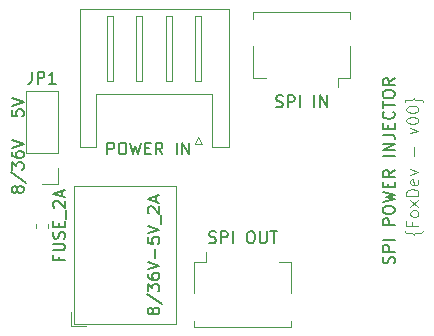
<source format=gbr>
%TF.GenerationSoftware,KiCad,Pcbnew,9.0.2*%
%TF.CreationDate,2025-07-05T13:36:24+12:00*%
%TF.ProjectId,SPI-POWER-INJECTOR,5350492d-504f-4574-9552-2d494e4a4543,rev?*%
%TF.SameCoordinates,Original*%
%TF.FileFunction,Legend,Top*%
%TF.FilePolarity,Positive*%
%FSLAX46Y46*%
G04 Gerber Fmt 4.6, Leading zero omitted, Abs format (unit mm)*
G04 Created by KiCad (PCBNEW 9.0.2) date 2025-07-05 13:36:24*
%MOMM*%
%LPD*%
G01*
G04 APERTURE LIST*
%ADD10C,0.150000*%
%ADD11C,0.100000*%
%ADD12C,0.200000*%
%ADD13C,0.120000*%
G04 APERTURE END LIST*
D10*
X134954819Y-84190476D02*
X134954819Y-84666666D01*
X134954819Y-84666666D02*
X135431009Y-84714285D01*
X135431009Y-84714285D02*
X135383390Y-84666666D01*
X135383390Y-84666666D02*
X135335771Y-84571428D01*
X135335771Y-84571428D02*
X135335771Y-84333333D01*
X135335771Y-84333333D02*
X135383390Y-84238095D01*
X135383390Y-84238095D02*
X135431009Y-84190476D01*
X135431009Y-84190476D02*
X135526247Y-84142857D01*
X135526247Y-84142857D02*
X135764342Y-84142857D01*
X135764342Y-84142857D02*
X135859580Y-84190476D01*
X135859580Y-84190476D02*
X135907200Y-84238095D01*
X135907200Y-84238095D02*
X135954819Y-84333333D01*
X135954819Y-84333333D02*
X135954819Y-84571428D01*
X135954819Y-84571428D02*
X135907200Y-84666666D01*
X135907200Y-84666666D02*
X135859580Y-84714285D01*
X134954819Y-83857142D02*
X135954819Y-83523809D01*
X135954819Y-83523809D02*
X134954819Y-83190476D01*
D11*
X169753371Y-94410401D02*
X169753371Y-94458020D01*
X169753371Y-94458020D02*
X169705752Y-94553258D01*
X169705752Y-94553258D02*
X169610514Y-94600877D01*
X169610514Y-94600877D02*
X169134323Y-94600877D01*
X169134323Y-94600877D02*
X169039085Y-94648496D01*
X169039085Y-94648496D02*
X168991466Y-94743734D01*
X168991466Y-94743734D02*
X168943847Y-94648496D01*
X168943847Y-94648496D02*
X168848609Y-94600877D01*
X168848609Y-94600877D02*
X168372419Y-94600877D01*
X168372419Y-94600877D02*
X168277180Y-94553258D01*
X168277180Y-94553258D02*
X168229561Y-94458020D01*
X168229561Y-94458020D02*
X168229561Y-94410401D01*
X168848609Y-93696115D02*
X168848609Y-94029448D01*
X169372419Y-94029448D02*
X168372419Y-94029448D01*
X168372419Y-94029448D02*
X168372419Y-93553258D01*
X169372419Y-93029448D02*
X169324800Y-93124686D01*
X169324800Y-93124686D02*
X169277180Y-93172305D01*
X169277180Y-93172305D02*
X169181942Y-93219924D01*
X169181942Y-93219924D02*
X168896228Y-93219924D01*
X168896228Y-93219924D02*
X168800990Y-93172305D01*
X168800990Y-93172305D02*
X168753371Y-93124686D01*
X168753371Y-93124686D02*
X168705752Y-93029448D01*
X168705752Y-93029448D02*
X168705752Y-92886591D01*
X168705752Y-92886591D02*
X168753371Y-92791353D01*
X168753371Y-92791353D02*
X168800990Y-92743734D01*
X168800990Y-92743734D02*
X168896228Y-92696115D01*
X168896228Y-92696115D02*
X169181942Y-92696115D01*
X169181942Y-92696115D02*
X169277180Y-92743734D01*
X169277180Y-92743734D02*
X169324800Y-92791353D01*
X169324800Y-92791353D02*
X169372419Y-92886591D01*
X169372419Y-92886591D02*
X169372419Y-93029448D01*
X169372419Y-92362781D02*
X168705752Y-91838972D01*
X168705752Y-92362781D02*
X169372419Y-91838972D01*
X169372419Y-91458019D02*
X168372419Y-91458019D01*
X168372419Y-91458019D02*
X168372419Y-91219924D01*
X168372419Y-91219924D02*
X168420038Y-91077067D01*
X168420038Y-91077067D02*
X168515276Y-90981829D01*
X168515276Y-90981829D02*
X168610514Y-90934210D01*
X168610514Y-90934210D02*
X168800990Y-90886591D01*
X168800990Y-90886591D02*
X168943847Y-90886591D01*
X168943847Y-90886591D02*
X169134323Y-90934210D01*
X169134323Y-90934210D02*
X169229561Y-90981829D01*
X169229561Y-90981829D02*
X169324800Y-91077067D01*
X169324800Y-91077067D02*
X169372419Y-91219924D01*
X169372419Y-91219924D02*
X169372419Y-91458019D01*
X169324800Y-90077067D02*
X169372419Y-90172305D01*
X169372419Y-90172305D02*
X169372419Y-90362781D01*
X169372419Y-90362781D02*
X169324800Y-90458019D01*
X169324800Y-90458019D02*
X169229561Y-90505638D01*
X169229561Y-90505638D02*
X168848609Y-90505638D01*
X168848609Y-90505638D02*
X168753371Y-90458019D01*
X168753371Y-90458019D02*
X168705752Y-90362781D01*
X168705752Y-90362781D02*
X168705752Y-90172305D01*
X168705752Y-90172305D02*
X168753371Y-90077067D01*
X168753371Y-90077067D02*
X168848609Y-90029448D01*
X168848609Y-90029448D02*
X168943847Y-90029448D01*
X168943847Y-90029448D02*
X169039085Y-90505638D01*
X168705752Y-89696114D02*
X169372419Y-89458019D01*
X169372419Y-89458019D02*
X168705752Y-89219924D01*
X168991466Y-88077066D02*
X168991466Y-87315162D01*
X168705752Y-86172304D02*
X169372419Y-85934209D01*
X169372419Y-85934209D02*
X168705752Y-85696114D01*
X168372419Y-85124685D02*
X168372419Y-85029447D01*
X168372419Y-85029447D02*
X168420038Y-84934209D01*
X168420038Y-84934209D02*
X168467657Y-84886590D01*
X168467657Y-84886590D02*
X168562895Y-84838971D01*
X168562895Y-84838971D02*
X168753371Y-84791352D01*
X168753371Y-84791352D02*
X168991466Y-84791352D01*
X168991466Y-84791352D02*
X169181942Y-84838971D01*
X169181942Y-84838971D02*
X169277180Y-84886590D01*
X169277180Y-84886590D02*
X169324800Y-84934209D01*
X169324800Y-84934209D02*
X169372419Y-85029447D01*
X169372419Y-85029447D02*
X169372419Y-85124685D01*
X169372419Y-85124685D02*
X169324800Y-85219923D01*
X169324800Y-85219923D02*
X169277180Y-85267542D01*
X169277180Y-85267542D02*
X169181942Y-85315161D01*
X169181942Y-85315161D02*
X168991466Y-85362780D01*
X168991466Y-85362780D02*
X168753371Y-85362780D01*
X168753371Y-85362780D02*
X168562895Y-85315161D01*
X168562895Y-85315161D02*
X168467657Y-85267542D01*
X168467657Y-85267542D02*
X168420038Y-85219923D01*
X168420038Y-85219923D02*
X168372419Y-85124685D01*
X168372419Y-84172304D02*
X168372419Y-84077066D01*
X168372419Y-84077066D02*
X168420038Y-83981828D01*
X168420038Y-83981828D02*
X168467657Y-83934209D01*
X168467657Y-83934209D02*
X168562895Y-83886590D01*
X168562895Y-83886590D02*
X168753371Y-83838971D01*
X168753371Y-83838971D02*
X168991466Y-83838971D01*
X168991466Y-83838971D02*
X169181942Y-83886590D01*
X169181942Y-83886590D02*
X169277180Y-83934209D01*
X169277180Y-83934209D02*
X169324800Y-83981828D01*
X169324800Y-83981828D02*
X169372419Y-84077066D01*
X169372419Y-84077066D02*
X169372419Y-84172304D01*
X169372419Y-84172304D02*
X169324800Y-84267542D01*
X169324800Y-84267542D02*
X169277180Y-84315161D01*
X169277180Y-84315161D02*
X169181942Y-84362780D01*
X169181942Y-84362780D02*
X168991466Y-84410399D01*
X168991466Y-84410399D02*
X168753371Y-84410399D01*
X168753371Y-84410399D02*
X168562895Y-84362780D01*
X168562895Y-84362780D02*
X168467657Y-84315161D01*
X168467657Y-84315161D02*
X168420038Y-84267542D01*
X168420038Y-84267542D02*
X168372419Y-84172304D01*
X169753371Y-83505637D02*
X169753371Y-83458018D01*
X169753371Y-83458018D02*
X169705752Y-83362780D01*
X169705752Y-83362780D02*
X169610514Y-83315161D01*
X169610514Y-83315161D02*
X169134323Y-83315161D01*
X169134323Y-83315161D02*
X169039085Y-83267542D01*
X169039085Y-83267542D02*
X168991466Y-83172304D01*
X168991466Y-83172304D02*
X168943847Y-83267542D01*
X168943847Y-83267542D02*
X168848609Y-83315161D01*
X168848609Y-83315161D02*
X168372419Y-83315161D01*
X168372419Y-83315161D02*
X168277180Y-83362780D01*
X168277180Y-83362780D02*
X168229561Y-83458018D01*
X168229561Y-83458018D02*
X168229561Y-83505637D01*
D12*
X167319600Y-97177945D02*
X167367219Y-97035088D01*
X167367219Y-97035088D02*
X167367219Y-96796993D01*
X167367219Y-96796993D02*
X167319600Y-96701755D01*
X167319600Y-96701755D02*
X167271980Y-96654136D01*
X167271980Y-96654136D02*
X167176742Y-96606517D01*
X167176742Y-96606517D02*
X167081504Y-96606517D01*
X167081504Y-96606517D02*
X166986266Y-96654136D01*
X166986266Y-96654136D02*
X166938647Y-96701755D01*
X166938647Y-96701755D02*
X166891028Y-96796993D01*
X166891028Y-96796993D02*
X166843409Y-96987469D01*
X166843409Y-96987469D02*
X166795790Y-97082707D01*
X166795790Y-97082707D02*
X166748171Y-97130326D01*
X166748171Y-97130326D02*
X166652933Y-97177945D01*
X166652933Y-97177945D02*
X166557695Y-97177945D01*
X166557695Y-97177945D02*
X166462457Y-97130326D01*
X166462457Y-97130326D02*
X166414838Y-97082707D01*
X166414838Y-97082707D02*
X166367219Y-96987469D01*
X166367219Y-96987469D02*
X166367219Y-96749374D01*
X166367219Y-96749374D02*
X166414838Y-96606517D01*
X167367219Y-96177945D02*
X166367219Y-96177945D01*
X166367219Y-96177945D02*
X166367219Y-95796993D01*
X166367219Y-95796993D02*
X166414838Y-95701755D01*
X166414838Y-95701755D02*
X166462457Y-95654136D01*
X166462457Y-95654136D02*
X166557695Y-95606517D01*
X166557695Y-95606517D02*
X166700552Y-95606517D01*
X166700552Y-95606517D02*
X166795790Y-95654136D01*
X166795790Y-95654136D02*
X166843409Y-95701755D01*
X166843409Y-95701755D02*
X166891028Y-95796993D01*
X166891028Y-95796993D02*
X166891028Y-96177945D01*
X167367219Y-95177945D02*
X166367219Y-95177945D01*
X167367219Y-93939850D02*
X166367219Y-93939850D01*
X166367219Y-93939850D02*
X166367219Y-93558898D01*
X166367219Y-93558898D02*
X166414838Y-93463660D01*
X166414838Y-93463660D02*
X166462457Y-93416041D01*
X166462457Y-93416041D02*
X166557695Y-93368422D01*
X166557695Y-93368422D02*
X166700552Y-93368422D01*
X166700552Y-93368422D02*
X166795790Y-93416041D01*
X166795790Y-93416041D02*
X166843409Y-93463660D01*
X166843409Y-93463660D02*
X166891028Y-93558898D01*
X166891028Y-93558898D02*
X166891028Y-93939850D01*
X166367219Y-92749374D02*
X166367219Y-92558898D01*
X166367219Y-92558898D02*
X166414838Y-92463660D01*
X166414838Y-92463660D02*
X166510076Y-92368422D01*
X166510076Y-92368422D02*
X166700552Y-92320803D01*
X166700552Y-92320803D02*
X167033885Y-92320803D01*
X167033885Y-92320803D02*
X167224361Y-92368422D01*
X167224361Y-92368422D02*
X167319600Y-92463660D01*
X167319600Y-92463660D02*
X167367219Y-92558898D01*
X167367219Y-92558898D02*
X167367219Y-92749374D01*
X167367219Y-92749374D02*
X167319600Y-92844612D01*
X167319600Y-92844612D02*
X167224361Y-92939850D01*
X167224361Y-92939850D02*
X167033885Y-92987469D01*
X167033885Y-92987469D02*
X166700552Y-92987469D01*
X166700552Y-92987469D02*
X166510076Y-92939850D01*
X166510076Y-92939850D02*
X166414838Y-92844612D01*
X166414838Y-92844612D02*
X166367219Y-92749374D01*
X166367219Y-91987469D02*
X167367219Y-91749374D01*
X167367219Y-91749374D02*
X166652933Y-91558898D01*
X166652933Y-91558898D02*
X167367219Y-91368422D01*
X167367219Y-91368422D02*
X166367219Y-91130327D01*
X166843409Y-90749374D02*
X166843409Y-90416041D01*
X167367219Y-90273184D02*
X167367219Y-90749374D01*
X167367219Y-90749374D02*
X166367219Y-90749374D01*
X166367219Y-90749374D02*
X166367219Y-90273184D01*
X167367219Y-89273184D02*
X166891028Y-89606517D01*
X167367219Y-89844612D02*
X166367219Y-89844612D01*
X166367219Y-89844612D02*
X166367219Y-89463660D01*
X166367219Y-89463660D02*
X166414838Y-89368422D01*
X166414838Y-89368422D02*
X166462457Y-89320803D01*
X166462457Y-89320803D02*
X166557695Y-89273184D01*
X166557695Y-89273184D02*
X166700552Y-89273184D01*
X166700552Y-89273184D02*
X166795790Y-89320803D01*
X166795790Y-89320803D02*
X166843409Y-89368422D01*
X166843409Y-89368422D02*
X166891028Y-89463660D01*
X166891028Y-89463660D02*
X166891028Y-89844612D01*
X167367219Y-88082707D02*
X166367219Y-88082707D01*
X167367219Y-87606517D02*
X166367219Y-87606517D01*
X166367219Y-87606517D02*
X167367219Y-87035089D01*
X167367219Y-87035089D02*
X166367219Y-87035089D01*
X166367219Y-86273184D02*
X167081504Y-86273184D01*
X167081504Y-86273184D02*
X167224361Y-86320803D01*
X167224361Y-86320803D02*
X167319600Y-86416041D01*
X167319600Y-86416041D02*
X167367219Y-86558898D01*
X167367219Y-86558898D02*
X167367219Y-86654136D01*
X166843409Y-85796993D02*
X166843409Y-85463660D01*
X167367219Y-85320803D02*
X167367219Y-85796993D01*
X167367219Y-85796993D02*
X166367219Y-85796993D01*
X166367219Y-85796993D02*
X166367219Y-85320803D01*
X167271980Y-84320803D02*
X167319600Y-84368422D01*
X167319600Y-84368422D02*
X167367219Y-84511279D01*
X167367219Y-84511279D02*
X167367219Y-84606517D01*
X167367219Y-84606517D02*
X167319600Y-84749374D01*
X167319600Y-84749374D02*
X167224361Y-84844612D01*
X167224361Y-84844612D02*
X167129123Y-84892231D01*
X167129123Y-84892231D02*
X166938647Y-84939850D01*
X166938647Y-84939850D02*
X166795790Y-84939850D01*
X166795790Y-84939850D02*
X166605314Y-84892231D01*
X166605314Y-84892231D02*
X166510076Y-84844612D01*
X166510076Y-84844612D02*
X166414838Y-84749374D01*
X166414838Y-84749374D02*
X166367219Y-84606517D01*
X166367219Y-84606517D02*
X166367219Y-84511279D01*
X166367219Y-84511279D02*
X166414838Y-84368422D01*
X166414838Y-84368422D02*
X166462457Y-84320803D01*
X166367219Y-84035088D02*
X166367219Y-83463660D01*
X167367219Y-83749374D02*
X166367219Y-83749374D01*
X166367219Y-82939850D02*
X166367219Y-82749374D01*
X166367219Y-82749374D02*
X166414838Y-82654136D01*
X166414838Y-82654136D02*
X166510076Y-82558898D01*
X166510076Y-82558898D02*
X166700552Y-82511279D01*
X166700552Y-82511279D02*
X167033885Y-82511279D01*
X167033885Y-82511279D02*
X167224361Y-82558898D01*
X167224361Y-82558898D02*
X167319600Y-82654136D01*
X167319600Y-82654136D02*
X167367219Y-82749374D01*
X167367219Y-82749374D02*
X167367219Y-82939850D01*
X167367219Y-82939850D02*
X167319600Y-83035088D01*
X167319600Y-83035088D02*
X167224361Y-83130326D01*
X167224361Y-83130326D02*
X167033885Y-83177945D01*
X167033885Y-83177945D02*
X166700552Y-83177945D01*
X166700552Y-83177945D02*
X166510076Y-83130326D01*
X166510076Y-83130326D02*
X166414838Y-83035088D01*
X166414838Y-83035088D02*
X166367219Y-82939850D01*
X167367219Y-81511279D02*
X166891028Y-81844612D01*
X167367219Y-82082707D02*
X166367219Y-82082707D01*
X166367219Y-82082707D02*
X166367219Y-81701755D01*
X166367219Y-81701755D02*
X166414838Y-81606517D01*
X166414838Y-81606517D02*
X166462457Y-81558898D01*
X166462457Y-81558898D02*
X166557695Y-81511279D01*
X166557695Y-81511279D02*
X166700552Y-81511279D01*
X166700552Y-81511279D02*
X166795790Y-81558898D01*
X166795790Y-81558898D02*
X166843409Y-81606517D01*
X166843409Y-81606517D02*
X166891028Y-81701755D01*
X166891028Y-81701755D02*
X166891028Y-82082707D01*
D10*
X135383390Y-90999999D02*
X135335771Y-91095237D01*
X135335771Y-91095237D02*
X135288152Y-91142856D01*
X135288152Y-91142856D02*
X135192914Y-91190475D01*
X135192914Y-91190475D02*
X135145295Y-91190475D01*
X135145295Y-91190475D02*
X135050057Y-91142856D01*
X135050057Y-91142856D02*
X135002438Y-91095237D01*
X135002438Y-91095237D02*
X134954819Y-90999999D01*
X134954819Y-90999999D02*
X134954819Y-90809523D01*
X134954819Y-90809523D02*
X135002438Y-90714285D01*
X135002438Y-90714285D02*
X135050057Y-90666666D01*
X135050057Y-90666666D02*
X135145295Y-90619047D01*
X135145295Y-90619047D02*
X135192914Y-90619047D01*
X135192914Y-90619047D02*
X135288152Y-90666666D01*
X135288152Y-90666666D02*
X135335771Y-90714285D01*
X135335771Y-90714285D02*
X135383390Y-90809523D01*
X135383390Y-90809523D02*
X135383390Y-90999999D01*
X135383390Y-90999999D02*
X135431009Y-91095237D01*
X135431009Y-91095237D02*
X135478628Y-91142856D01*
X135478628Y-91142856D02*
X135573866Y-91190475D01*
X135573866Y-91190475D02*
X135764342Y-91190475D01*
X135764342Y-91190475D02*
X135859580Y-91142856D01*
X135859580Y-91142856D02*
X135907200Y-91095237D01*
X135907200Y-91095237D02*
X135954819Y-90999999D01*
X135954819Y-90999999D02*
X135954819Y-90809523D01*
X135954819Y-90809523D02*
X135907200Y-90714285D01*
X135907200Y-90714285D02*
X135859580Y-90666666D01*
X135859580Y-90666666D02*
X135764342Y-90619047D01*
X135764342Y-90619047D02*
X135573866Y-90619047D01*
X135573866Y-90619047D02*
X135478628Y-90666666D01*
X135478628Y-90666666D02*
X135431009Y-90714285D01*
X135431009Y-90714285D02*
X135383390Y-90809523D01*
X134907200Y-89476190D02*
X136192914Y-90333332D01*
X134954819Y-89238094D02*
X134954819Y-88619047D01*
X134954819Y-88619047D02*
X135335771Y-88952380D01*
X135335771Y-88952380D02*
X135335771Y-88809523D01*
X135335771Y-88809523D02*
X135383390Y-88714285D01*
X135383390Y-88714285D02*
X135431009Y-88666666D01*
X135431009Y-88666666D02*
X135526247Y-88619047D01*
X135526247Y-88619047D02*
X135764342Y-88619047D01*
X135764342Y-88619047D02*
X135859580Y-88666666D01*
X135859580Y-88666666D02*
X135907200Y-88714285D01*
X135907200Y-88714285D02*
X135954819Y-88809523D01*
X135954819Y-88809523D02*
X135954819Y-89095237D01*
X135954819Y-89095237D02*
X135907200Y-89190475D01*
X135907200Y-89190475D02*
X135859580Y-89238094D01*
X134954819Y-87761904D02*
X134954819Y-87952380D01*
X134954819Y-87952380D02*
X135002438Y-88047618D01*
X135002438Y-88047618D02*
X135050057Y-88095237D01*
X135050057Y-88095237D02*
X135192914Y-88190475D01*
X135192914Y-88190475D02*
X135383390Y-88238094D01*
X135383390Y-88238094D02*
X135764342Y-88238094D01*
X135764342Y-88238094D02*
X135859580Y-88190475D01*
X135859580Y-88190475D02*
X135907200Y-88142856D01*
X135907200Y-88142856D02*
X135954819Y-88047618D01*
X135954819Y-88047618D02*
X135954819Y-87857142D01*
X135954819Y-87857142D02*
X135907200Y-87761904D01*
X135907200Y-87761904D02*
X135859580Y-87714285D01*
X135859580Y-87714285D02*
X135764342Y-87666666D01*
X135764342Y-87666666D02*
X135526247Y-87666666D01*
X135526247Y-87666666D02*
X135431009Y-87714285D01*
X135431009Y-87714285D02*
X135383390Y-87761904D01*
X135383390Y-87761904D02*
X135335771Y-87857142D01*
X135335771Y-87857142D02*
X135335771Y-88047618D01*
X135335771Y-88047618D02*
X135383390Y-88142856D01*
X135383390Y-88142856D02*
X135431009Y-88190475D01*
X135431009Y-88190475D02*
X135526247Y-88238094D01*
X134954819Y-87380951D02*
X135954819Y-87047618D01*
X135954819Y-87047618D02*
X134954819Y-86714285D01*
X151666667Y-95407200D02*
X151809524Y-95454819D01*
X151809524Y-95454819D02*
X152047619Y-95454819D01*
X152047619Y-95454819D02*
X152142857Y-95407200D01*
X152142857Y-95407200D02*
X152190476Y-95359580D01*
X152190476Y-95359580D02*
X152238095Y-95264342D01*
X152238095Y-95264342D02*
X152238095Y-95169104D01*
X152238095Y-95169104D02*
X152190476Y-95073866D01*
X152190476Y-95073866D02*
X152142857Y-95026247D01*
X152142857Y-95026247D02*
X152047619Y-94978628D01*
X152047619Y-94978628D02*
X151857143Y-94931009D01*
X151857143Y-94931009D02*
X151761905Y-94883390D01*
X151761905Y-94883390D02*
X151714286Y-94835771D01*
X151714286Y-94835771D02*
X151666667Y-94740533D01*
X151666667Y-94740533D02*
X151666667Y-94645295D01*
X151666667Y-94645295D02*
X151714286Y-94550057D01*
X151714286Y-94550057D02*
X151761905Y-94502438D01*
X151761905Y-94502438D02*
X151857143Y-94454819D01*
X151857143Y-94454819D02*
X152095238Y-94454819D01*
X152095238Y-94454819D02*
X152238095Y-94502438D01*
X152666667Y-95454819D02*
X152666667Y-94454819D01*
X152666667Y-94454819D02*
X153047619Y-94454819D01*
X153047619Y-94454819D02*
X153142857Y-94502438D01*
X153142857Y-94502438D02*
X153190476Y-94550057D01*
X153190476Y-94550057D02*
X153238095Y-94645295D01*
X153238095Y-94645295D02*
X153238095Y-94788152D01*
X153238095Y-94788152D02*
X153190476Y-94883390D01*
X153190476Y-94883390D02*
X153142857Y-94931009D01*
X153142857Y-94931009D02*
X153047619Y-94978628D01*
X153047619Y-94978628D02*
X152666667Y-94978628D01*
X153666667Y-95454819D02*
X153666667Y-94454819D01*
X155095238Y-94454819D02*
X155285714Y-94454819D01*
X155285714Y-94454819D02*
X155380952Y-94502438D01*
X155380952Y-94502438D02*
X155476190Y-94597676D01*
X155476190Y-94597676D02*
X155523809Y-94788152D01*
X155523809Y-94788152D02*
X155523809Y-95121485D01*
X155523809Y-95121485D02*
X155476190Y-95311961D01*
X155476190Y-95311961D02*
X155380952Y-95407200D01*
X155380952Y-95407200D02*
X155285714Y-95454819D01*
X155285714Y-95454819D02*
X155095238Y-95454819D01*
X155095238Y-95454819D02*
X155000000Y-95407200D01*
X155000000Y-95407200D02*
X154904762Y-95311961D01*
X154904762Y-95311961D02*
X154857143Y-95121485D01*
X154857143Y-95121485D02*
X154857143Y-94788152D01*
X154857143Y-94788152D02*
X154904762Y-94597676D01*
X154904762Y-94597676D02*
X155000000Y-94502438D01*
X155000000Y-94502438D02*
X155095238Y-94454819D01*
X155952381Y-94454819D02*
X155952381Y-95264342D01*
X155952381Y-95264342D02*
X156000000Y-95359580D01*
X156000000Y-95359580D02*
X156047619Y-95407200D01*
X156047619Y-95407200D02*
X156142857Y-95454819D01*
X156142857Y-95454819D02*
X156333333Y-95454819D01*
X156333333Y-95454819D02*
X156428571Y-95407200D01*
X156428571Y-95407200D02*
X156476190Y-95359580D01*
X156476190Y-95359580D02*
X156523809Y-95264342D01*
X156523809Y-95264342D02*
X156523809Y-94454819D01*
X156857143Y-94454819D02*
X157428571Y-94454819D01*
X157142857Y-95454819D02*
X157142857Y-94454819D01*
X136666666Y-80954819D02*
X136666666Y-81669104D01*
X136666666Y-81669104D02*
X136619047Y-81811961D01*
X136619047Y-81811961D02*
X136523809Y-81907200D01*
X136523809Y-81907200D02*
X136380952Y-81954819D01*
X136380952Y-81954819D02*
X136285714Y-81954819D01*
X137142857Y-81954819D02*
X137142857Y-80954819D01*
X137142857Y-80954819D02*
X137523809Y-80954819D01*
X137523809Y-80954819D02*
X137619047Y-81002438D01*
X137619047Y-81002438D02*
X137666666Y-81050057D01*
X137666666Y-81050057D02*
X137714285Y-81145295D01*
X137714285Y-81145295D02*
X137714285Y-81288152D01*
X137714285Y-81288152D02*
X137666666Y-81383390D01*
X137666666Y-81383390D02*
X137619047Y-81431009D01*
X137619047Y-81431009D02*
X137523809Y-81478628D01*
X137523809Y-81478628D02*
X137142857Y-81478628D01*
X138666666Y-81954819D02*
X138095238Y-81954819D01*
X138380952Y-81954819D02*
X138380952Y-80954819D01*
X138380952Y-80954819D02*
X138285714Y-81097676D01*
X138285714Y-81097676D02*
X138190476Y-81192914D01*
X138190476Y-81192914D02*
X138095238Y-81240533D01*
X157333334Y-83907200D02*
X157476191Y-83954819D01*
X157476191Y-83954819D02*
X157714286Y-83954819D01*
X157714286Y-83954819D02*
X157809524Y-83907200D01*
X157809524Y-83907200D02*
X157857143Y-83859580D01*
X157857143Y-83859580D02*
X157904762Y-83764342D01*
X157904762Y-83764342D02*
X157904762Y-83669104D01*
X157904762Y-83669104D02*
X157857143Y-83573866D01*
X157857143Y-83573866D02*
X157809524Y-83526247D01*
X157809524Y-83526247D02*
X157714286Y-83478628D01*
X157714286Y-83478628D02*
X157523810Y-83431009D01*
X157523810Y-83431009D02*
X157428572Y-83383390D01*
X157428572Y-83383390D02*
X157380953Y-83335771D01*
X157380953Y-83335771D02*
X157333334Y-83240533D01*
X157333334Y-83240533D02*
X157333334Y-83145295D01*
X157333334Y-83145295D02*
X157380953Y-83050057D01*
X157380953Y-83050057D02*
X157428572Y-83002438D01*
X157428572Y-83002438D02*
X157523810Y-82954819D01*
X157523810Y-82954819D02*
X157761905Y-82954819D01*
X157761905Y-82954819D02*
X157904762Y-83002438D01*
X158333334Y-83954819D02*
X158333334Y-82954819D01*
X158333334Y-82954819D02*
X158714286Y-82954819D01*
X158714286Y-82954819D02*
X158809524Y-83002438D01*
X158809524Y-83002438D02*
X158857143Y-83050057D01*
X158857143Y-83050057D02*
X158904762Y-83145295D01*
X158904762Y-83145295D02*
X158904762Y-83288152D01*
X158904762Y-83288152D02*
X158857143Y-83383390D01*
X158857143Y-83383390D02*
X158809524Y-83431009D01*
X158809524Y-83431009D02*
X158714286Y-83478628D01*
X158714286Y-83478628D02*
X158333334Y-83478628D01*
X159333334Y-83954819D02*
X159333334Y-82954819D01*
X160571429Y-83954819D02*
X160571429Y-82954819D01*
X161047619Y-83954819D02*
X161047619Y-82954819D01*
X161047619Y-82954819D02*
X161619047Y-83954819D01*
X161619047Y-83954819D02*
X161619047Y-82954819D01*
X146883390Y-101309523D02*
X146835771Y-101404761D01*
X146835771Y-101404761D02*
X146788152Y-101452380D01*
X146788152Y-101452380D02*
X146692914Y-101499999D01*
X146692914Y-101499999D02*
X146645295Y-101499999D01*
X146645295Y-101499999D02*
X146550057Y-101452380D01*
X146550057Y-101452380D02*
X146502438Y-101404761D01*
X146502438Y-101404761D02*
X146454819Y-101309523D01*
X146454819Y-101309523D02*
X146454819Y-101119047D01*
X146454819Y-101119047D02*
X146502438Y-101023809D01*
X146502438Y-101023809D02*
X146550057Y-100976190D01*
X146550057Y-100976190D02*
X146645295Y-100928571D01*
X146645295Y-100928571D02*
X146692914Y-100928571D01*
X146692914Y-100928571D02*
X146788152Y-100976190D01*
X146788152Y-100976190D02*
X146835771Y-101023809D01*
X146835771Y-101023809D02*
X146883390Y-101119047D01*
X146883390Y-101119047D02*
X146883390Y-101309523D01*
X146883390Y-101309523D02*
X146931009Y-101404761D01*
X146931009Y-101404761D02*
X146978628Y-101452380D01*
X146978628Y-101452380D02*
X147073866Y-101499999D01*
X147073866Y-101499999D02*
X147264342Y-101499999D01*
X147264342Y-101499999D02*
X147359580Y-101452380D01*
X147359580Y-101452380D02*
X147407200Y-101404761D01*
X147407200Y-101404761D02*
X147454819Y-101309523D01*
X147454819Y-101309523D02*
X147454819Y-101119047D01*
X147454819Y-101119047D02*
X147407200Y-101023809D01*
X147407200Y-101023809D02*
X147359580Y-100976190D01*
X147359580Y-100976190D02*
X147264342Y-100928571D01*
X147264342Y-100928571D02*
X147073866Y-100928571D01*
X147073866Y-100928571D02*
X146978628Y-100976190D01*
X146978628Y-100976190D02*
X146931009Y-101023809D01*
X146931009Y-101023809D02*
X146883390Y-101119047D01*
X146407200Y-99785714D02*
X147692914Y-100642856D01*
X146454819Y-99547618D02*
X146454819Y-98928571D01*
X146454819Y-98928571D02*
X146835771Y-99261904D01*
X146835771Y-99261904D02*
X146835771Y-99119047D01*
X146835771Y-99119047D02*
X146883390Y-99023809D01*
X146883390Y-99023809D02*
X146931009Y-98976190D01*
X146931009Y-98976190D02*
X147026247Y-98928571D01*
X147026247Y-98928571D02*
X147264342Y-98928571D01*
X147264342Y-98928571D02*
X147359580Y-98976190D01*
X147359580Y-98976190D02*
X147407200Y-99023809D01*
X147407200Y-99023809D02*
X147454819Y-99119047D01*
X147454819Y-99119047D02*
X147454819Y-99404761D01*
X147454819Y-99404761D02*
X147407200Y-99499999D01*
X147407200Y-99499999D02*
X147359580Y-99547618D01*
X146454819Y-98071428D02*
X146454819Y-98261904D01*
X146454819Y-98261904D02*
X146502438Y-98357142D01*
X146502438Y-98357142D02*
X146550057Y-98404761D01*
X146550057Y-98404761D02*
X146692914Y-98499999D01*
X146692914Y-98499999D02*
X146883390Y-98547618D01*
X146883390Y-98547618D02*
X147264342Y-98547618D01*
X147264342Y-98547618D02*
X147359580Y-98499999D01*
X147359580Y-98499999D02*
X147407200Y-98452380D01*
X147407200Y-98452380D02*
X147454819Y-98357142D01*
X147454819Y-98357142D02*
X147454819Y-98166666D01*
X147454819Y-98166666D02*
X147407200Y-98071428D01*
X147407200Y-98071428D02*
X147359580Y-98023809D01*
X147359580Y-98023809D02*
X147264342Y-97976190D01*
X147264342Y-97976190D02*
X147026247Y-97976190D01*
X147026247Y-97976190D02*
X146931009Y-98023809D01*
X146931009Y-98023809D02*
X146883390Y-98071428D01*
X146883390Y-98071428D02*
X146835771Y-98166666D01*
X146835771Y-98166666D02*
X146835771Y-98357142D01*
X146835771Y-98357142D02*
X146883390Y-98452380D01*
X146883390Y-98452380D02*
X146931009Y-98499999D01*
X146931009Y-98499999D02*
X147026247Y-98547618D01*
X146454819Y-97690475D02*
X147454819Y-97357142D01*
X147454819Y-97357142D02*
X146454819Y-97023809D01*
X147073866Y-96690475D02*
X147073866Y-95928571D01*
X146454819Y-94976190D02*
X146454819Y-95452380D01*
X146454819Y-95452380D02*
X146931009Y-95499999D01*
X146931009Y-95499999D02*
X146883390Y-95452380D01*
X146883390Y-95452380D02*
X146835771Y-95357142D01*
X146835771Y-95357142D02*
X146835771Y-95119047D01*
X146835771Y-95119047D02*
X146883390Y-95023809D01*
X146883390Y-95023809D02*
X146931009Y-94976190D01*
X146931009Y-94976190D02*
X147026247Y-94928571D01*
X147026247Y-94928571D02*
X147264342Y-94928571D01*
X147264342Y-94928571D02*
X147359580Y-94976190D01*
X147359580Y-94976190D02*
X147407200Y-95023809D01*
X147407200Y-95023809D02*
X147454819Y-95119047D01*
X147454819Y-95119047D02*
X147454819Y-95357142D01*
X147454819Y-95357142D02*
X147407200Y-95452380D01*
X147407200Y-95452380D02*
X147359580Y-95499999D01*
X146454819Y-94642856D02*
X147454819Y-94309523D01*
X147454819Y-94309523D02*
X146454819Y-93976190D01*
X147550057Y-93880952D02*
X147550057Y-93119047D01*
X146550057Y-92928570D02*
X146502438Y-92880951D01*
X146502438Y-92880951D02*
X146454819Y-92785713D01*
X146454819Y-92785713D02*
X146454819Y-92547618D01*
X146454819Y-92547618D02*
X146502438Y-92452380D01*
X146502438Y-92452380D02*
X146550057Y-92404761D01*
X146550057Y-92404761D02*
X146645295Y-92357142D01*
X146645295Y-92357142D02*
X146740533Y-92357142D01*
X146740533Y-92357142D02*
X146883390Y-92404761D01*
X146883390Y-92404761D02*
X147454819Y-92976189D01*
X147454819Y-92976189D02*
X147454819Y-92357142D01*
X147169104Y-91976189D02*
X147169104Y-91499999D01*
X147454819Y-92071427D02*
X146454819Y-91738094D01*
X146454819Y-91738094D02*
X147454819Y-91404761D01*
X138931009Y-96595238D02*
X138931009Y-96928571D01*
X139454819Y-96928571D02*
X138454819Y-96928571D01*
X138454819Y-96928571D02*
X138454819Y-96452381D01*
X138454819Y-96071428D02*
X139264342Y-96071428D01*
X139264342Y-96071428D02*
X139359580Y-96023809D01*
X139359580Y-96023809D02*
X139407200Y-95976190D01*
X139407200Y-95976190D02*
X139454819Y-95880952D01*
X139454819Y-95880952D02*
X139454819Y-95690476D01*
X139454819Y-95690476D02*
X139407200Y-95595238D01*
X139407200Y-95595238D02*
X139359580Y-95547619D01*
X139359580Y-95547619D02*
X139264342Y-95500000D01*
X139264342Y-95500000D02*
X138454819Y-95500000D01*
X139407200Y-95071428D02*
X139454819Y-94928571D01*
X139454819Y-94928571D02*
X139454819Y-94690476D01*
X139454819Y-94690476D02*
X139407200Y-94595238D01*
X139407200Y-94595238D02*
X139359580Y-94547619D01*
X139359580Y-94547619D02*
X139264342Y-94500000D01*
X139264342Y-94500000D02*
X139169104Y-94500000D01*
X139169104Y-94500000D02*
X139073866Y-94547619D01*
X139073866Y-94547619D02*
X139026247Y-94595238D01*
X139026247Y-94595238D02*
X138978628Y-94690476D01*
X138978628Y-94690476D02*
X138931009Y-94880952D01*
X138931009Y-94880952D02*
X138883390Y-94976190D01*
X138883390Y-94976190D02*
X138835771Y-95023809D01*
X138835771Y-95023809D02*
X138740533Y-95071428D01*
X138740533Y-95071428D02*
X138645295Y-95071428D01*
X138645295Y-95071428D02*
X138550057Y-95023809D01*
X138550057Y-95023809D02*
X138502438Y-94976190D01*
X138502438Y-94976190D02*
X138454819Y-94880952D01*
X138454819Y-94880952D02*
X138454819Y-94642857D01*
X138454819Y-94642857D02*
X138502438Y-94500000D01*
X138931009Y-94071428D02*
X138931009Y-93738095D01*
X139454819Y-93595238D02*
X139454819Y-94071428D01*
X139454819Y-94071428D02*
X138454819Y-94071428D01*
X138454819Y-94071428D02*
X138454819Y-93595238D01*
X139550057Y-93404762D02*
X139550057Y-92642857D01*
X138550057Y-92452380D02*
X138502438Y-92404761D01*
X138502438Y-92404761D02*
X138454819Y-92309523D01*
X138454819Y-92309523D02*
X138454819Y-92071428D01*
X138454819Y-92071428D02*
X138502438Y-91976190D01*
X138502438Y-91976190D02*
X138550057Y-91928571D01*
X138550057Y-91928571D02*
X138645295Y-91880952D01*
X138645295Y-91880952D02*
X138740533Y-91880952D01*
X138740533Y-91880952D02*
X138883390Y-91928571D01*
X138883390Y-91928571D02*
X139454819Y-92499999D01*
X139454819Y-92499999D02*
X139454819Y-91880952D01*
X139169104Y-91499999D02*
X139169104Y-91023809D01*
X139454819Y-91595237D02*
X138454819Y-91261904D01*
X138454819Y-91261904D02*
X139454819Y-90928571D01*
X143047619Y-87954819D02*
X143047619Y-86954819D01*
X143047619Y-86954819D02*
X143428571Y-86954819D01*
X143428571Y-86954819D02*
X143523809Y-87002438D01*
X143523809Y-87002438D02*
X143571428Y-87050057D01*
X143571428Y-87050057D02*
X143619047Y-87145295D01*
X143619047Y-87145295D02*
X143619047Y-87288152D01*
X143619047Y-87288152D02*
X143571428Y-87383390D01*
X143571428Y-87383390D02*
X143523809Y-87431009D01*
X143523809Y-87431009D02*
X143428571Y-87478628D01*
X143428571Y-87478628D02*
X143047619Y-87478628D01*
X144238095Y-86954819D02*
X144428571Y-86954819D01*
X144428571Y-86954819D02*
X144523809Y-87002438D01*
X144523809Y-87002438D02*
X144619047Y-87097676D01*
X144619047Y-87097676D02*
X144666666Y-87288152D01*
X144666666Y-87288152D02*
X144666666Y-87621485D01*
X144666666Y-87621485D02*
X144619047Y-87811961D01*
X144619047Y-87811961D02*
X144523809Y-87907200D01*
X144523809Y-87907200D02*
X144428571Y-87954819D01*
X144428571Y-87954819D02*
X144238095Y-87954819D01*
X144238095Y-87954819D02*
X144142857Y-87907200D01*
X144142857Y-87907200D02*
X144047619Y-87811961D01*
X144047619Y-87811961D02*
X144000000Y-87621485D01*
X144000000Y-87621485D02*
X144000000Y-87288152D01*
X144000000Y-87288152D02*
X144047619Y-87097676D01*
X144047619Y-87097676D02*
X144142857Y-87002438D01*
X144142857Y-87002438D02*
X144238095Y-86954819D01*
X145000000Y-86954819D02*
X145238095Y-87954819D01*
X145238095Y-87954819D02*
X145428571Y-87240533D01*
X145428571Y-87240533D02*
X145619047Y-87954819D01*
X145619047Y-87954819D02*
X145857143Y-86954819D01*
X146238095Y-87431009D02*
X146571428Y-87431009D01*
X146714285Y-87954819D02*
X146238095Y-87954819D01*
X146238095Y-87954819D02*
X146238095Y-86954819D01*
X146238095Y-86954819D02*
X146714285Y-86954819D01*
X147714285Y-87954819D02*
X147380952Y-87478628D01*
X147142857Y-87954819D02*
X147142857Y-86954819D01*
X147142857Y-86954819D02*
X147523809Y-86954819D01*
X147523809Y-86954819D02*
X147619047Y-87002438D01*
X147619047Y-87002438D02*
X147666666Y-87050057D01*
X147666666Y-87050057D02*
X147714285Y-87145295D01*
X147714285Y-87145295D02*
X147714285Y-87288152D01*
X147714285Y-87288152D02*
X147666666Y-87383390D01*
X147666666Y-87383390D02*
X147619047Y-87431009D01*
X147619047Y-87431009D02*
X147523809Y-87478628D01*
X147523809Y-87478628D02*
X147142857Y-87478628D01*
X148904762Y-87954819D02*
X148904762Y-86954819D01*
X149380952Y-87954819D02*
X149380952Y-86954819D01*
X149380952Y-86954819D02*
X149952380Y-87954819D01*
X149952380Y-87954819D02*
X149952380Y-86954819D01*
D13*
%TO.C,JP1*%
X136120000Y-87810000D02*
X136120000Y-82620000D01*
X138880000Y-82620000D02*
X136120000Y-82620000D01*
X138880000Y-87810000D02*
X136120000Y-87810000D01*
X138880000Y-87810000D02*
X138880000Y-82620000D01*
X138880000Y-89080000D02*
X138880000Y-90460000D01*
X138880000Y-90460000D02*
X137500000Y-90460000D01*
%TO.C,SPI IN*%
X163610000Y-81485000D02*
X162560000Y-81485000D01*
X163610000Y-78785000D02*
X163610000Y-81485000D01*
X163610000Y-76465000D02*
X163610000Y-75915000D01*
X163610000Y-75915000D02*
X155390000Y-75915000D01*
X162560000Y-81485000D02*
X162560000Y-82275000D01*
X155390000Y-81485000D02*
X156440000Y-81485000D01*
X155390000Y-78785000D02*
X155390000Y-81485000D01*
X155390000Y-75915000D02*
X155390000Y-76465000D01*
%TO.C,8/36V-5V_2A*%
X148852500Y-102267500D02*
X148852500Y-90647500D01*
X141232500Y-102507500D02*
X139992500Y-102507500D01*
X140232500Y-102267500D02*
X148852500Y-102267500D01*
X140232500Y-102267500D02*
X140232500Y-90647500D01*
X140232500Y-90647500D02*
X148852500Y-90647500D01*
X139992500Y-102507500D02*
X139992500Y-101267500D01*
%TO.C,FUSE_2A*%
X138010000Y-93828733D02*
X138010000Y-94171267D01*
X136990000Y-93828733D02*
X136990000Y-94171267D01*
%TO.C,POWER IN*%
X140690000Y-75635000D02*
X140690000Y-87355000D01*
X140690000Y-87355000D02*
X142110000Y-87355000D01*
X142110000Y-82855000D02*
X147000000Y-82855000D01*
X142110000Y-87355000D02*
X142110000Y-82855000D01*
X143000000Y-76245000D02*
X143000000Y-81745000D01*
X143000000Y-81745000D02*
X143500000Y-81745000D01*
X143500000Y-76245000D02*
X143000000Y-76245000D01*
X143500000Y-81745000D02*
X143500000Y-76245000D01*
X145500000Y-76245000D02*
X145500000Y-81745000D01*
X145500000Y-81745000D02*
X146000000Y-81745000D01*
X146000000Y-76245000D02*
X145500000Y-76245000D01*
X146000000Y-81745000D02*
X146000000Y-76245000D01*
X147000000Y-75635000D02*
X140690000Y-75635000D01*
X147000000Y-75635000D02*
X153310000Y-75635000D01*
X148000000Y-76245000D02*
X148000000Y-81745000D01*
X148000000Y-81745000D02*
X148500000Y-81745000D01*
X148500000Y-76245000D02*
X148000000Y-76245000D01*
X148500000Y-81745000D02*
X148500000Y-76245000D01*
X150450000Y-87045000D02*
X150750000Y-86445000D01*
X150500000Y-76245000D02*
X150500000Y-81745000D01*
X150500000Y-81745000D02*
X151000000Y-81745000D01*
X150750000Y-86445000D02*
X151050000Y-87045000D01*
X151000000Y-76245000D02*
X150500000Y-76245000D01*
X151000000Y-81745000D02*
X151000000Y-76245000D01*
X151050000Y-87045000D02*
X150450000Y-87045000D01*
X151890000Y-82855000D02*
X147000000Y-82855000D01*
X151890000Y-87355000D02*
X151890000Y-82855000D01*
X153310000Y-75635000D02*
X153310000Y-87355000D01*
X153310000Y-87355000D02*
X151890000Y-87355000D01*
%TO.C,REF\u002A\u002A*%
X150390000Y-97015000D02*
X151440000Y-97015000D01*
X150390000Y-99715000D02*
X150390000Y-97015000D01*
X150390000Y-102035000D02*
X150390000Y-102585000D01*
X150390000Y-102585000D02*
X158610000Y-102585000D01*
X151440000Y-97015000D02*
X151440000Y-96225000D01*
X158610000Y-97015000D02*
X157560000Y-97015000D01*
X158610000Y-99715000D02*
X158610000Y-97015000D01*
X158610000Y-102585000D02*
X158610000Y-102035000D01*
%TD*%
M02*

</source>
